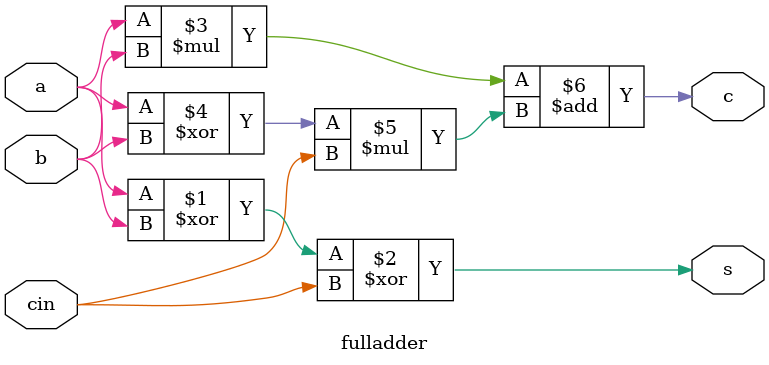
<source format=v>
`timescale 1ns / 1ps


module fulladder(
    input a,
    input b,
    input cin,
    output s,
    output c
    );
    
    assign s = a ^ b ^ cin;
    assign c = (a * b) + ((a ^ b) * cin);
    
endmodule

</source>
